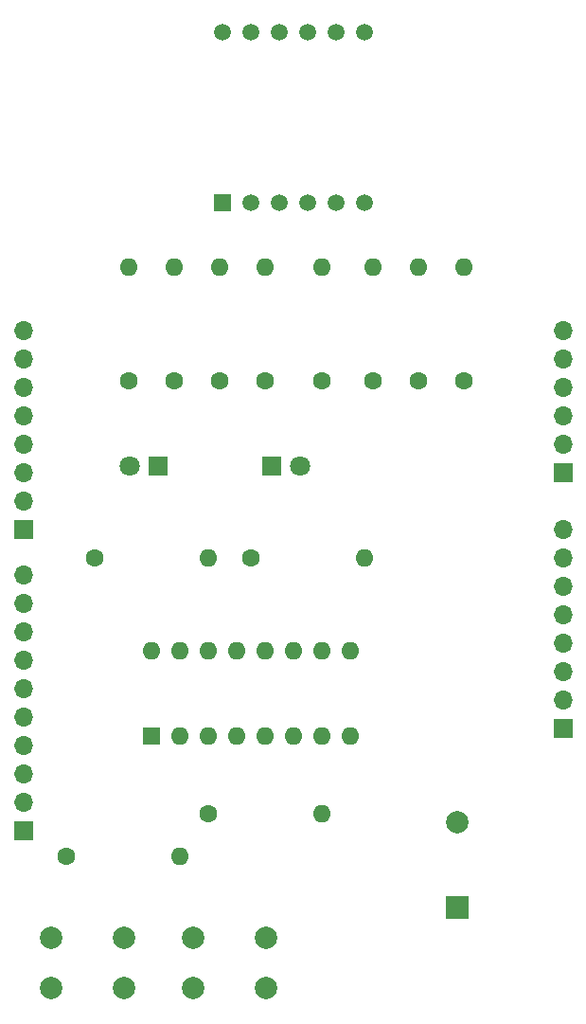
<source format=gbr>
%TF.GenerationSoftware,KiCad,Pcbnew,(7.0.0-0)*%
%TF.CreationDate,2023-04-13T00:16:45-06:00*%
%TF.ProjectId,Phase A - PCB,50686173-6520-4412-902d-205043422e6b,rev?*%
%TF.SameCoordinates,Original*%
%TF.FileFunction,Copper,L1,Top*%
%TF.FilePolarity,Positive*%
%FSLAX46Y46*%
G04 Gerber Fmt 4.6, Leading zero omitted, Abs format (unit mm)*
G04 Created by KiCad (PCBNEW (7.0.0-0)) date 2023-04-13 00:16:45*
%MOMM*%
%LPD*%
G01*
G04 APERTURE LIST*
%TA.AperFunction,ComponentPad*%
%ADD10R,1.700000X1.700000*%
%TD*%
%TA.AperFunction,ComponentPad*%
%ADD11O,1.700000X1.700000*%
%TD*%
%TA.AperFunction,ComponentPad*%
%ADD12C,1.600000*%
%TD*%
%TA.AperFunction,ComponentPad*%
%ADD13O,1.600000X1.600000*%
%TD*%
%TA.AperFunction,ComponentPad*%
%ADD14R,1.500000X1.500000*%
%TD*%
%TA.AperFunction,ComponentPad*%
%ADD15C,1.500000*%
%TD*%
%TA.AperFunction,ComponentPad*%
%ADD16R,1.800000X1.800000*%
%TD*%
%TA.AperFunction,ComponentPad*%
%ADD17C,1.800000*%
%TD*%
%TA.AperFunction,ComponentPad*%
%ADD18R,1.600000X1.600000*%
%TD*%
%TA.AperFunction,ComponentPad*%
%ADD19C,2.000000*%
%TD*%
%TA.AperFunction,ComponentPad*%
%ADD20R,2.000000X2.000000*%
%TD*%
G04 APERTURE END LIST*
D10*
%TO.P,J1,1,Pin_1*%
%TO.N,unconnected-(J1-Pin_1-Pad1)*%
X172944999Y-92944999D03*
D11*
%TO.P,J1,2,Pin_2*%
%TO.N,/IOREF*%
X172944999Y-90404999D03*
%TO.P,J1,3,Pin_3*%
%TO.N,/~{RESET}*%
X172944999Y-87864999D03*
%TO.P,J1,4,Pin_4*%
%TO.N,+3V3*%
X172944999Y-85324999D03*
%TO.P,J1,5,Pin_5*%
%TO.N,+5V*%
X172944999Y-82784999D03*
%TO.P,J1,6,Pin_6*%
%TO.N,GND*%
X172944999Y-80244999D03*
%TO.P,J1,7,Pin_7*%
X172944999Y-77704999D03*
%TO.P,J1,8,Pin_8*%
%TO.N,VCC*%
X172944999Y-75164999D03*
%TD*%
D10*
%TO.P,J3,1,Pin_1*%
%TO.N,/A0*%
X172944999Y-70084999D03*
D11*
%TO.P,J3,2,Pin_2*%
%TO.N,/A1*%
X172944999Y-67544999D03*
%TO.P,J3,3,Pin_3*%
%TO.N,/A2*%
X172944999Y-65004999D03*
%TO.P,J3,4,Pin_4*%
%TO.N,/A3*%
X172944999Y-62464999D03*
%TO.P,J3,5,Pin_5*%
%TO.N,/SDA{slash}A4*%
X172944999Y-59924999D03*
%TO.P,J3,6,Pin_6*%
%TO.N,/SCL{slash}A5*%
X172944999Y-57384999D03*
%TD*%
D10*
%TO.P,J2,1,Pin_1*%
%TO.N,/SCL{slash}A5*%
X124684999Y-102088999D03*
D11*
%TO.P,J2,2,Pin_2*%
%TO.N,/SDA{slash}A4*%
X124684999Y-99548999D03*
%TO.P,J2,3,Pin_3*%
%TO.N,/AREF*%
X124684999Y-97008999D03*
%TO.P,J2,4,Pin_4*%
%TO.N,GND*%
X124684999Y-94468999D03*
%TO.P,J2,5,Pin_5*%
%TO.N,Dig1*%
X124684999Y-91928999D03*
%TO.P,J2,6,Pin_6*%
%TO.N,Dig2*%
X124684999Y-89388999D03*
%TO.P,J2,7,Pin_7*%
%TO.N,Dig3*%
X124684999Y-86848999D03*
%TO.P,J2,8,Pin_8*%
%TO.N,Dig4*%
X124684999Y-84308999D03*
%TO.P,J2,9,Pin_9*%
%TO.N,DS*%
X124684999Y-81768999D03*
%TO.P,J2,10,Pin_10*%
%TO.N,ST_CP*%
X124684999Y-79228999D03*
%TD*%
D10*
%TO.P,J4,1,Pin_1*%
%TO.N,SH_CP*%
X124684999Y-75164999D03*
D11*
%TO.P,J4,2,Pin_2*%
%TO.N,BUZZER*%
X124684999Y-72624999D03*
%TO.P,J4,3,Pin_3*%
%TO.N,RED_LED*%
X124684999Y-70084999D03*
%TO.P,J4,4,Pin_4*%
%TO.N,GREEN_LED*%
X124684999Y-67544999D03*
%TO.P,J4,5,Pin_5*%
%TO.N,BUTTON_2*%
X124684999Y-65004999D03*
%TO.P,J4,6,Pin_6*%
%TO.N,BUTTON_1*%
X124684999Y-62464999D03*
%TO.P,J4,7,Pin_7*%
%TO.N,/TX{slash}1*%
X124684999Y-59924999D03*
%TO.P,J4,8,Pin_8*%
%TO.N,/RX{slash}0*%
X124684999Y-57384999D03*
%TD*%
D12*
%TO.P,R3,1*%
%TO.N,BUTTON_1*%
X128495000Y-104375000D03*
D13*
%TO.P,R3,2*%
%TO.N,GND*%
X138654999Y-104374999D03*
%TD*%
D12*
%TO.P,R10,1*%
%TO.N,f*%
X155955000Y-61830000D03*
D13*
%TO.P,R10,2*%
%TO.N,Net-(U2-f)*%
X155954999Y-51669999D03*
%TD*%
D12*
%TO.P,R12,1*%
%TO.N,dp*%
X164055000Y-61830000D03*
D13*
%TO.P,R12,2*%
%TO.N,Net-(U2-DPX)*%
X164054999Y-51669999D03*
%TD*%
D14*
%TO.P,U2,1,e*%
%TO.N,Net-(U2-e)*%
X142464999Y-45954999D03*
D15*
%TO.P,U2,2,d*%
%TO.N,Net-(U2-d)*%
X145005000Y-45955000D03*
%TO.P,U2,3,DPX*%
%TO.N,Net-(U2-DPX)*%
X147545000Y-45955000D03*
%TO.P,U2,4,c*%
%TO.N,Net-(U2-c)*%
X150085000Y-45955000D03*
%TO.P,U2,5,g*%
%TO.N,Net-(U2-g)*%
X152625000Y-45955000D03*
%TO.P,U2,6,CA4*%
%TO.N,Dig4*%
X155165000Y-45955000D03*
%TO.P,U2,7,b*%
%TO.N,Net-(U2-b)*%
X155165000Y-30715000D03*
%TO.P,U2,8,CA3*%
%TO.N,Dig3*%
X152625000Y-30715000D03*
%TO.P,U2,9,CA2*%
%TO.N,Dig2*%
X150085000Y-30715000D03*
%TO.P,U2,10,f*%
%TO.N,Net-(U2-f)*%
X147545000Y-30715000D03*
%TO.P,U2,11,a*%
%TO.N,Net-(U2-a)*%
X145005000Y-30715000D03*
%TO.P,U2,12,CA1*%
%TO.N,Dig1*%
X142465000Y-30715000D03*
%TD*%
D16*
%TO.P,D2,1,K*%
%TO.N,GND*%
X146909999Y-69449999D03*
D17*
%TO.P,D2,2,A*%
%TO.N,Net-(D2-A)*%
X149450000Y-69450000D03*
%TD*%
D12*
%TO.P,R9,1*%
%TO.N,e*%
X151355000Y-61830000D03*
D13*
%TO.P,R9,2*%
%TO.N,Net-(U2-e)*%
X151354999Y-51669999D03*
%TD*%
D18*
%TO.P,U1,1,QB*%
%TO.N,b*%
X136104999Y-93569999D03*
D13*
%TO.P,U1,2,QC*%
%TO.N,c*%
X138644999Y-93569999D03*
%TO.P,U1,3,QD*%
%TO.N,d*%
X141184999Y-93569999D03*
%TO.P,U1,4,QE*%
%TO.N,e*%
X143724999Y-93569999D03*
%TO.P,U1,5,QF*%
%TO.N,f*%
X146264999Y-93569999D03*
%TO.P,U1,6,QG*%
%TO.N,g*%
X148804999Y-93569999D03*
%TO.P,U1,7,QH*%
%TO.N,dp*%
X151344999Y-93569999D03*
%TO.P,U1,8,GND*%
%TO.N,GND*%
X153884999Y-93569999D03*
%TO.P,U1,9,QH'*%
%TO.N,unconnected-(U1-QH'-Pad9)*%
X153884999Y-85949999D03*
%TO.P,U1,10,~{SRCLR}*%
%TO.N,VCC*%
X151344999Y-85949999D03*
%TO.P,U1,11,SRCLK*%
%TO.N,SH_CP*%
X148804999Y-85949999D03*
%TO.P,U1,12,RCLK*%
%TO.N,ST_CP*%
X146264999Y-85949999D03*
%TO.P,U1,13,~{OE}*%
%TO.N,GND*%
X143724999Y-85949999D03*
%TO.P,U1,14,SER*%
%TO.N,DS*%
X141184999Y-85949999D03*
%TO.P,U1,15,QA*%
%TO.N,a*%
X138644999Y-85949999D03*
%TO.P,U1,16,VCC*%
%TO.N,VCC*%
X136104999Y-85949999D03*
%TD*%
D19*
%TO.P,SW2,1,1*%
%TO.N,VCC*%
X146350000Y-116150000D03*
X139850000Y-116150000D03*
%TO.P,SW2,2,2*%
%TO.N,BUTTON_2*%
X146350000Y-111650000D03*
X139850000Y-111650000D03*
%TD*%
D12*
%TO.P,R2,1*%
%TO.N,RED_LED*%
X145005000Y-77705000D03*
D13*
%TO.P,R2,2*%
%TO.N,Net-(D2-A)*%
X155164999Y-77704999D03*
%TD*%
D12*
%TO.P,R5,1*%
%TO.N,a*%
X134125000Y-61830000D03*
D13*
%TO.P,R5,2*%
%TO.N,Net-(U2-a)*%
X134124999Y-51669999D03*
%TD*%
D12*
%TO.P,R11,1*%
%TO.N,g*%
X160005000Y-61830000D03*
D13*
%TO.P,R11,2*%
%TO.N,Net-(U2-g)*%
X160004999Y-51669999D03*
%TD*%
D16*
%TO.P,D1,1,K*%
%TO.N,GND*%
X136754999Y-69449999D03*
D17*
%TO.P,D1,2,A*%
%TO.N,Net-(D1-A)*%
X134215000Y-69450000D03*
%TD*%
D20*
%TO.P,LS1,1,1*%
%TO.N,BUZZER*%
X163499999Y-108879999D03*
D19*
%TO.P,LS1,2,2*%
%TO.N,GND*%
X163500000Y-101280000D03*
%TD*%
D12*
%TO.P,R6,1*%
%TO.N,b*%
X138175000Y-61830000D03*
D13*
%TO.P,R6,2*%
%TO.N,Net-(U2-b)*%
X138174999Y-51669999D03*
%TD*%
D12*
%TO.P,R1,1*%
%TO.N,GREEN_LED*%
X131035000Y-77705000D03*
D13*
%TO.P,R1,2*%
%TO.N,Net-(D1-A)*%
X141194999Y-77704999D03*
%TD*%
D19*
%TO.P,Start/Stop,1,1*%
%TO.N,VCC*%
X133650000Y-116150000D03*
X127150000Y-116150000D03*
%TO.P,Start/Stop,2,2*%
%TO.N,BUTTON_1*%
X133650000Y-111650000D03*
X127150000Y-111650000D03*
%TD*%
D12*
%TO.P,R8,1*%
%TO.N,d*%
X146275000Y-61830000D03*
D13*
%TO.P,R8,2*%
%TO.N,Net-(U2-d)*%
X146274999Y-51669999D03*
%TD*%
D12*
%TO.P,R4,1*%
%TO.N,BUTTON_2*%
X141195000Y-100565000D03*
D13*
%TO.P,R4,2*%
%TO.N,GND*%
X151354999Y-100564999D03*
%TD*%
D12*
%TO.P,R7,1*%
%TO.N,c*%
X142225000Y-61830000D03*
D13*
%TO.P,R7,2*%
%TO.N,Net-(U2-c)*%
X142224999Y-51669999D03*
%TD*%
M02*

</source>
